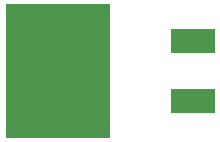
<source format=gbr>
G04*
G04 #@! TF.GenerationSoftware,Altium Limited,Altium Designer,24.10.1 (45)*
G04*
G04 Layer_Color=8421504*
%FSLAX44Y44*%
%MOMM*%
G71*
G04*
G04 #@! TF.SameCoordinates,6965692F-E9A8-49B1-8EC0-743354621B2D*
G04*
G04*
G04 #@! TF.FilePolarity,Positive*
G04*
G01*
G75*
%ADD18R,3.8100X2.0800*%
%ADD19R,8.8900X11.4300*%
D18*
X933450Y798830D02*
D03*
Y748030D02*
D03*
D19*
X819150Y773430D02*
D03*
M02*

</source>
